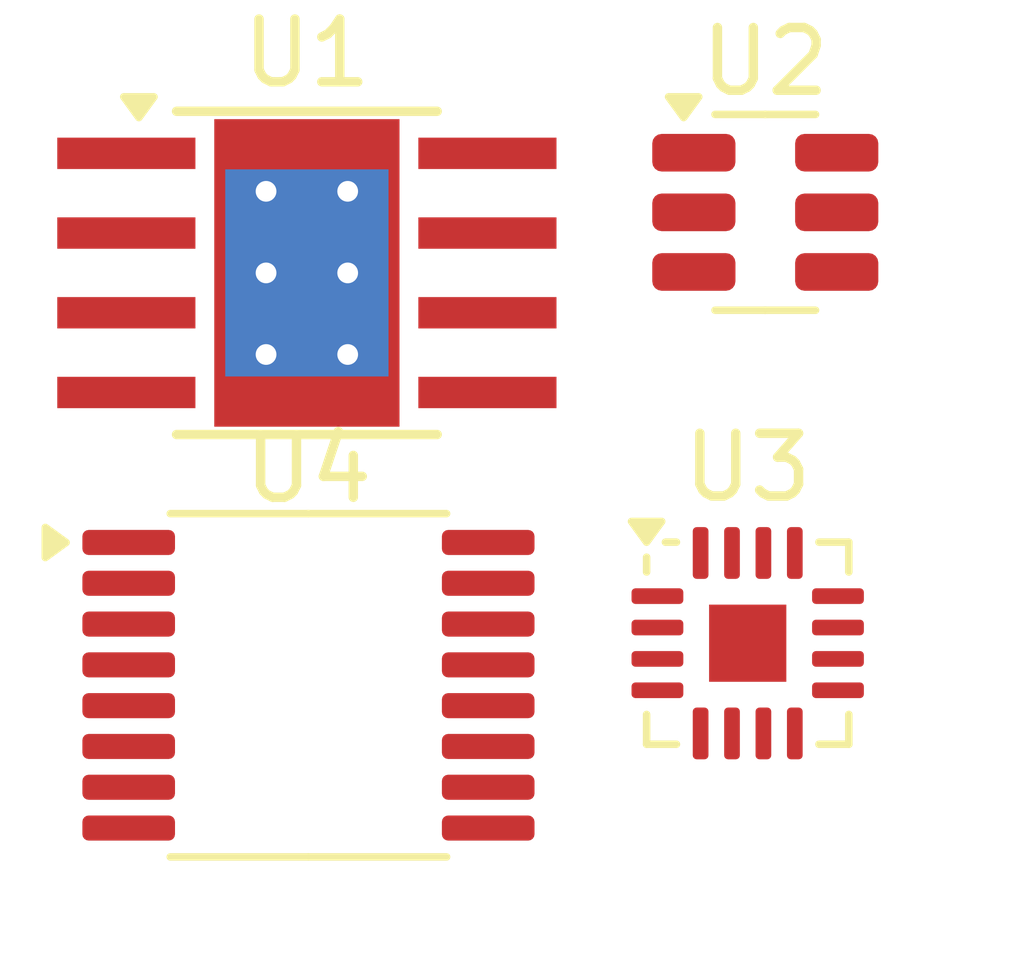
<source format=kicad_pcb>
(kicad_pcb (version 20240108) (generator "pcbnew") (generator_version "8.0")
  (layers (0 "F.Cu" signal) (31 "B.Cu" signal) (34 "B.Paste" user) (35 "F.Paste" user) (36 "B.SilkS" user "B.Silkscreen") (37 "F.SilkS" user "F.Silkscreen") (38 "B.Mask" user) (39 "F.Mask" user) (44 "Edge.Cuts" user))
  (net 0 "")
  (net 1 "GND")
  (net 2 "Net-(U1-ILIM)")
  (net 3 "Net-(J9-Pin_1)")
  (net 4 "+24V")
  (net 5 "RINGER_BELL_IN1")
  (net 6 "Net-(J9-Pin_2)")
  (net 7 "RINGER_BELL_IN2")
  (net 8 "Net-(D1-A)")
  (net 9 "+5V")
  (net 11 "Net-(U2-FB)")
  (net 12 "HANDSET_DAC_LRCLK")
  (net 13 "Net-(U3-OUTP)")
  (net 15 "Net-(U3-OUTN)")
  (net 18 "HANDSET_DAC_DIN")
  (net 20 "HANDSET_DAC_BCLK")
  (net 22 "USB-C_PD_+5V")
  (net 23 "Net-(Q1-G)")
  (net 29 "Net-(J10-CC2)")
  (net 30 "Net-(J10-CC1)")
  (net 31 "USB-C_PD_GND")
  (net 34 "Net-(Q1-D)")
  (footprint "Package_SO:TSSOP-16_4.4x5mm_P0.65mm" (layer "F.Cu") (at 128.255 86.2325)
    (property "Reference" "U4" (at 0 -3.45 0) (layer "F.SilkS"))
    (property "Value" "IP2721")
    (fp_line (start 0 -2.735) (end -2.2 -2.735) (stroke (width 0.12)) (layer "F.SilkS"))
    (fp_line (start 0 -2.735) (end 2.2 -2.735) (stroke (width 0.12)) (layer "F.SilkS"))
    (fp_line (start 0 2.735) (end -2.2 2.735) (stroke (width 0.12)) (layer "F.SilkS"))
    (fp_line (start 0 2.735) (end 2.2 2.735) (stroke (width 0.12)) (layer "F.SilkS"))
    (fp_poly (pts (xy -3.86 -2.275) (xy -4.19 -2.515) (xy -4.19 -2.035) (xy -3.86 -2.275)) (stroke (width 0.12)) (fill solid) (layer "F.SilkS"))
    (pad "1" smd roundrect (at -2.8625 -2.275) (size 1.475 0.4) (layers "F.Cu" "F.Paste" "F.Mask") (net 23 "Net-(Q1-G)"))
    (pad "2" smd roundrect (at -2.8625 -1.625) (size 1.475 0.4) (layers "F.Cu" "F.Paste" "F.Mask") (net 34 "Net-(Q1-D)"))
    (pad "3" smd roundrect (at -2.8625 -0.975) (size 1.475 0.4) (layers "F.Cu" "F.Paste" "F.Mask"))
    (pad "4" smd roundrect (at -2.8625 -0.325) (size 1.475 0.4) (layers "F.Cu" "F.Paste" "F.Mask"))
    (pad "5" smd roundrect (at -2.8625 0.325) (size 1.475 0.4) (layers "F.Cu" "F.Paste" "F.Mask") (net 31 "USB-C_PD_GND"))
    (pad "6" smd roundrect (at -2.8625 0.975) (size 1.475 0.4) (layers "F.Cu" "F.Paste" "F.Mask"))
    (pad "7" smd roundrect (at -2.8625 1.625) (size 1.475 0.4) (layers "F.Cu" "F.Paste" "F.Mask"))
    (pad "8" smd roundrect (at -2.8625 2.275) (size 1.475 0.4) (layers "F.Cu" "F.Paste" "F.Mask"))
    (pad "9" smd roundrect (at 2.8625 2.275) (size 1.475 0.4) (layers "F.Cu" "F.Paste" "F.Mask"))
    (pad "10" smd roundrect (at 2.8625 1.625) (size 1.475 0.4) (layers "F.Cu" "F.Paste" "F.Mask"))
    (pad "11" smd roundrect (at 2.8625 0.975) (size 1.475 0.4) (layers "F.Cu" "F.Paste" "F.Mask") (net 31 "USB-C_PD_GND"))
    (pad "12" smd roundrect (at 2.8625 0.325) (size 1.475 0.4) (layers "F.Cu" "F.Paste" "F.Mask") (net 29 "Net-(J10-CC2)"))
    (pad "13" smd roundrect (at 2.8625 -0.325) (size 1.475 0.4) (layers "F.Cu" "F.Paste" "F.Mask") (net 30 "Net-(J10-CC1)"))
    (pad "14" smd roundrect (at 2.8625 -0.975) (size 1.475 0.4) (layers "F.Cu" "F.Paste" "F.Mask"))
    (pad "15" smd roundrect (at 2.8625 -1.625) (size 1.475 0.4) (layers "F.Cu" "F.Paste" "F.Mask"))
    (pad "16" smd roundrect (at 2.8625 -2.275) (size 1.475 0.4) (layers "F.Cu" "F.Paste" "F.Mask") (net 22 "USB-C_PD_+5V"))
  )
  (footprint "Package_TO_SOT_SMD:SOT-23-6" (layer "F.Cu") (at 135.53 78.6975)
    (property "Reference" "U2" (at 0 -2.4 0) (layer "F.SilkS"))
    (property "Value" "MT3608")
    (fp_line (start 0 -1.56) (end -0.8 -1.56) (stroke (width 0.12)) (layer "F.SilkS"))
    (fp_line (start 0 -1.56) (end 0.8 -1.56) (stroke (width 0.12)) (layer "F.SilkS"))
    (fp_line (start 0 1.56) (end -0.8 1.56) (stroke (width 0.12)) (layer "F.SilkS"))
    (fp_line (start 0 1.56) (end 0.8 1.56) (stroke (width 0.12)) (layer "F.SilkS"))
    (fp_poly (pts (xy -1.3 -1.51) (xy -1.54 -1.84) (xy -1.06 -1.84) (xy -1.3 -1.51)) (stroke (width 0.12)) (fill solid) (layer "F.SilkS"))
    (pad "1" smd roundrect (at -1.1375 -0.95) (size 1.325 0.6) (layers "F.Cu" "F.Paste" "F.Mask") (net 8 "Net-(D1-A)"))
    (pad "2" smd roundrect (at -1.1375 0) (size 1.325 0.6) (layers "F.Cu" "F.Paste" "F.Mask") (net 1 "GND"))
    (pad "3" smd roundrect (at -1.1375 0.95) (size 1.325 0.6) (layers "F.Cu" "F.Paste" "F.Mask") (net 11 "Net-(U2-FB)"))
    (pad "4" smd roundrect (at 1.1375 0.95) (size 1.325 0.6) (layers "F.Cu" "F.Paste" "F.Mask") (net 9 "+5V"))
    (pad "5" smd roundrect (at 1.1375 0) (size 1.325 0.6) (layers "F.Cu" "F.Paste" "F.Mask") (net 9 "+5V"))
    (pad "6" smd roundrect (at 1.1375 -0.95) (size 1.325 0.6) (layers "F.Cu" "F.Paste" "F.Mask"))
  )
  (footprint "Package_SO:Texas_HTSOP-8-1EP_3.9x4.9mm_P1.27mm_EP2.95x4.9mm_Mask2.4x3.1mm_ThermalVias" (layer "F.Cu") (at 128.23 79.6625)
    (property "Reference" "U1" (at 0 -3.5 0) (layer "F.SilkS"))
    (property "Value" "DRV8871DDA")
    (fp_line (start -2.075 -2.575) (end 2.075 -2.575) (stroke (width 0.15)) (layer "F.SilkS"))
    (fp_line (start -2.075 2.575) (end 2.075 2.575) (stroke (width 0.15)) (layer "F.SilkS"))
    (fp_poly (pts (xy -2.675 -2.475) (xy -2.915 -2.805) (xy -2.435 -2.805) (xy -2.675 -2.475)) (stroke (width 0.12)) (fill solid) (layer "F.SilkS"))
    (pad "1" smd rect (at -2.875 -1.905) (size 2.2 0.5) (layers "F.Cu" "F.Paste" "F.Mask") (net 1 "GND"))
    (pad "2" smd rect (at -2.875 -0.635) (size 2.2 0.5) (layers "F.Cu" "F.Paste" "F.Mask") (net 7 "RINGER_BELL_IN2"))
    (pad "3" smd rect (at -2.875 0.635) (size 2.2 0.5) (layers "F.Cu" "F.Paste" "F.Mask") (net 5 "RINGER_BELL_IN1"))
    (pad "4" smd rect (at -2.875 1.905) (size 2.2 0.5) (layers "F.Cu" "F.Paste" "F.Mask") (net 2 "Net-(U1-ILIM)"))
    (pad "5" smd rect (at 2.875 1.905) (size 2.2 0.5) (layers "F.Cu" "F.Paste" "F.Mask") (net 4 "+24V"))
    (pad "6" smd rect (at 2.875 0.635) (size 2.2 0.5) (layers "F.Cu" "F.Paste" "F.Mask") (net 6 "Net-(J9-Pin_2)"))
    (pad "7" smd rect (at 2.875 -0.635) (size 2.2 0.5) (layers "F.Cu" "F.Paste" "F.Mask") (net 1 "GND"))
    (pad "8" smd rect (at 2.875 -1.905) (size 2.2 0.5) (layers "F.Cu" "F.Paste" "F.Mask") (net 3 "Net-(J9-Pin_1)"))
    (pad "9" thru_hole circle (at -0.65 -1.3) (size 0.63 0.63) (drill 0.33) (layers "*.Cu" "*.Mask") (net 1 "GND"))
    (pad "9" thru_hole circle (at -0.65 0) (size 0.63 0.63) (drill 0.33) (layers "*.Cu" "*.Mask") (net 1 "GND"))
    (pad "9" thru_hole circle (at -0.65 1.3) (size 0.63 0.63) (drill 0.33) (layers "*.Cu" "*.Mask") (net 1 "GND"))
    (pad "9" smd rect (at 0 0) (size 2.6 3.3) (layers "B.Cu") (net 1 "GND"))
    (pad "9" smd rect (at 0 0) (size 2.95 4.9) (layers "F.Cu") (net 1 "GND"))
    (pad "9" thru_hole circle (at 0.65 -1.3) (size 0.63 0.63) (drill 0.33) (layers "*.Cu" "*.Mask") (net 1 "GND"))
    (pad "9" thru_hole circle (at 0.65 0) (size 0.63 0.63) (drill 0.33) (layers "*.Cu" "*.Mask") (net 1 "GND"))
    (pad "9" thru_hole circle (at 0.65 1.3) (size 0.63 0.63) (drill 0.33) (layers "*.Cu" "*.Mask") (net 1 "GND"))
  )
  (footprint "Package_DFN_QFN:TQFN-16-1EP_3x3mm_P0.5mm_EP1.23x1.23mm" (layer "F.Cu") (at 135.25 85.5625)
    (property "Reference" "U3" (at 0 -2.8 0) (layer "F.SilkS"))
    (property "Value" "MAX98357A")
    (fp_line (start -1.61 -1.135) (end -1.61 -1.37) (stroke (width 0.12)) (layer "F.SilkS"))
    (fp_line (start -1.61 1.61) (end -1.61 1.135) (stroke (width 0.12)) (layer "F.SilkS"))
    (fp_line (start -1.135 -1.61) (end -1.31 -1.61) (stroke (width 0.12)) (layer "F.SilkS"))
    (fp_line (start -1.135 1.61) (end -1.61 1.61) (stroke (width 0.12)) (layer "F.SilkS"))
    (fp_line (start 1.135 -1.61) (end 1.61 -1.61) (stroke (width 0.12)) (layer "F.SilkS"))
    (fp_line (start 1.135 1.61) (end 1.61 1.61) (stroke (width 0.12)) (layer "F.SilkS"))
    (fp_line (start 1.61 -1.61) (end 1.61 -1.135) (stroke (width 0.12)) (layer "F.SilkS"))
    (fp_line (start 1.61 1.61) (end 1.61 1.135) (stroke (width 0.12)) (layer "F.SilkS"))
    (fp_poly (pts (xy -1.61 -1.61) (xy -1.85 -1.94) (xy -1.37 -1.94) (xy -1.61 -1.61)) (stroke (width 0.12)) (fill solid) (layer "F.SilkS"))
    (pad "1" smd roundrect (at -1.4375 -0.75) (size 0.825 0.25) (layers "F.Cu" "F.Paste" "F.Mask") (net 18 "HANDSET_DAC_DIN"))
    (pad "2" smd roundrect (at -1.4375 -0.25) (size 0.825 0.25) (layers "F.Cu" "F.Paste" "F.Mask") (net 9 "+5V"))
    (pad "3" smd roundrect (at -1.4375 0.25) (size 0.825 0.25) (layers "F.Cu" "F.Paste" "F.Mask") (net 1 "GND"))
    (pad "4" smd roundrect (at -1.4375 0.75) (size 0.825 0.25) (layers "F.Cu" "F.Paste" "F.Mask") (net 9 "+5V"))
    (pad "5" smd roundrect (at -0.75 1.4375) (size 0.25 0.825) (layers "F.Cu" "F.Paste" "F.Mask"))
    (pad "6" smd roundrect (at -0.25 1.4375) (size 0.25 0.825) (layers "F.Cu" "F.Paste" "F.Mask"))
    (pad "7" smd roundrect (at 0.25 1.4375) (size 0.25 0.825) (layers "F.Cu" "F.Paste" "F.Mask") (net 9 "+5V"))
    (pad "8" smd roundrect (at 0.75 1.4375) (size 0.25 0.825) (layers "F.Cu" "F.Paste" "F.Mask") (net 9 "+5V"))
    (pad "9" smd roundrect (at 1.4375 0.75) (size 0.825 0.25) (layers "F.Cu" "F.Paste" "F.Mask") (net 13 "Net-(U3-OUTP)"))
    (pad "10" smd roundrect (at 1.4375 0.25) (size 0.825 0.25) (layers "F.Cu" "F.Paste" "F.Mask") (net 15 "Net-(U3-OUTN)"))
    (pad "11" smd roundrect (at 1.4375 -0.25) (size 0.825 0.25) (layers "F.Cu" "F.Paste" "F.Mask") (net 1 "GND"))
    (pad "12" smd roundrect (at 1.4375 -0.75) (size 0.825 0.25) (layers "F.Cu" "F.Paste" "F.Mask"))
    (pad "13" smd roundrect (at 0.75 -1.4375) (size 0.25 0.825) (layers "F.Cu" "F.Paste" "F.Mask"))
    (pad "14" smd roundrect (at 0.25 -1.4375) (size 0.25 0.825) (layers "F.Cu" "F.Paste" "F.Mask") (net 12 "HANDSET_DAC_LRCLK"))
    (pad "15" smd roundrect (at -0.25 -1.4375) (size 0.25 0.825) (layers "F.Cu" "F.Paste" "F.Mask") (net 1 "GND"))
    (pad "16" smd roundrect (at -0.75 -1.4375) (size 0.25 0.825) (layers "F.Cu" "F.Paste" "F.Mask") (net 20 "HANDSET_DAC_BCLK"))
    (pad "17" smd rect (at 0 0) (size 1.23 1.23) (property pad_prop_heatsink) (layers "F.Cu" "F.Mask") (net 1 "GND"))
  )
)
</source>
